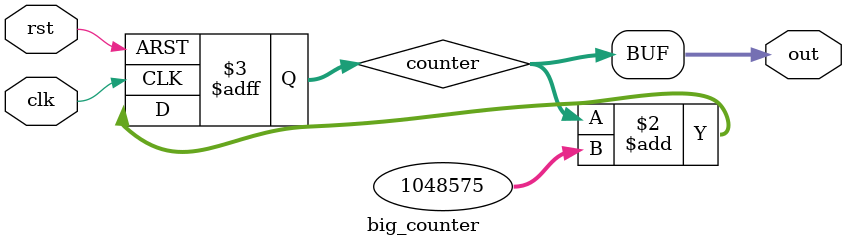
<source format=v>
module big_counter(input clk, input rst, output [31:0] out);
  reg [31:0] counter;
  always @(posedge clk or posedge rst) begin
    if (rst)
      counter <= 32'b0;
    else
      counter <= counter + 32'hFFFFF;  // Big jump = high toggling
  end
  assign out = counter;
endmodule

</source>
